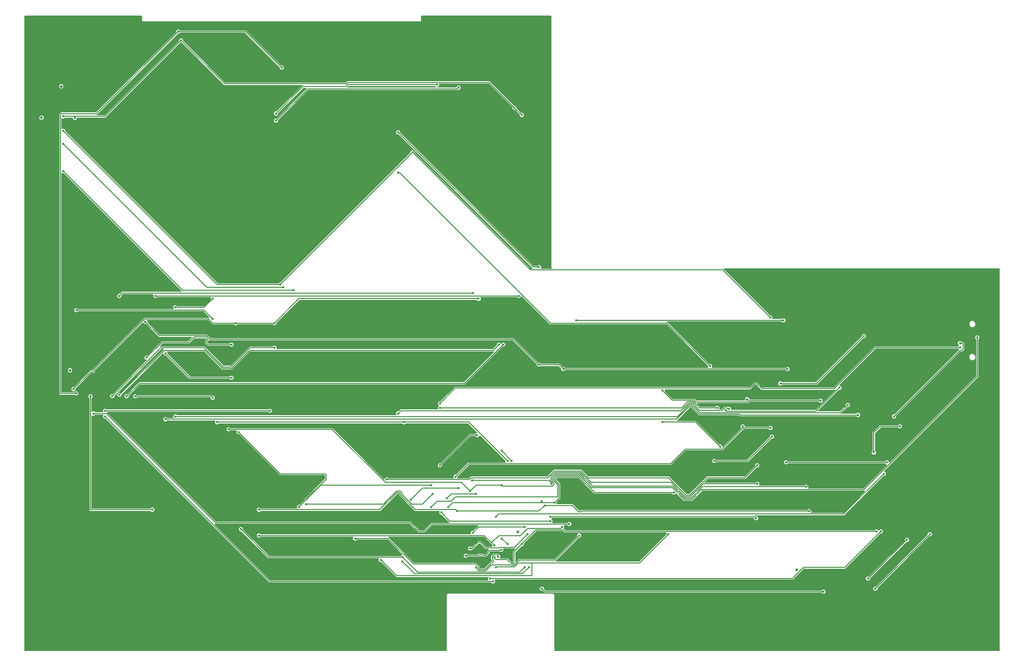
<source format=gbr>
G04 EAGLE Gerber RS-274X export*
G75*
%MOMM*%
%FSLAX34Y34*%
%LPD*%
%INBottom Copper*%
%IPPOS*%
%AMOC8*
5,1,8,0,0,1.08239X$1,22.5*%
G01*
G04 Define Apertures*
%ADD10C,0.502400*%
%ADD11C,0.152400*%
%ADD12C,0.127000*%
%ADD13C,0.452400*%
G36*
X628773Y-41185D02*
X628476Y-41245D01*
X-104476Y-41245D01*
X-104751Y-41194D01*
X-105006Y-41031D01*
X-105178Y-40780D01*
X-105238Y-40483D01*
X-105238Y1064476D01*
X-105187Y1064751D01*
X-105023Y1065006D01*
X-104773Y1065178D01*
X-104476Y1065238D01*
X98476Y1065238D01*
X98751Y1065187D01*
X99006Y1065023D01*
X99178Y1064773D01*
X99238Y1064476D01*
X99238Y1056856D01*
X100856Y1055238D01*
X583144Y1055238D01*
X584762Y1056856D01*
X584762Y1064476D01*
X584813Y1064751D01*
X584977Y1065006D01*
X585227Y1065178D01*
X585524Y1065238D01*
X810476Y1065238D01*
X810751Y1065187D01*
X811006Y1065023D01*
X811178Y1064773D01*
X811238Y1064476D01*
X811238Y626849D01*
X812381Y625706D01*
X812534Y625486D01*
X812604Y625191D01*
X812553Y624892D01*
X812389Y624637D01*
X812139Y624465D01*
X811842Y624405D01*
X793740Y624405D01*
X793476Y624452D01*
X793218Y624611D01*
X793043Y624859D01*
X792978Y625155D01*
X793033Y625453D01*
X793201Y625706D01*
X793532Y626037D01*
X793532Y628963D01*
X791463Y631032D01*
X788537Y631032D01*
X787133Y629628D01*
X786892Y629465D01*
X786594Y629405D01*
X781105Y629405D01*
X780819Y629461D01*
X780566Y629628D01*
X548755Y861439D01*
X548592Y861681D01*
X548532Y861978D01*
X548532Y863963D01*
X546463Y866032D01*
X543537Y866032D01*
X541468Y863963D01*
X541468Y861037D01*
X543537Y858968D01*
X545522Y858968D01*
X545808Y858912D01*
X546061Y858745D01*
X779100Y625706D01*
X779253Y625486D01*
X779323Y625191D01*
X779272Y624892D01*
X779109Y624637D01*
X778859Y624465D01*
X778561Y624405D01*
X776105Y624405D01*
X775819Y624461D01*
X775566Y624628D01*
X573755Y826439D01*
X573592Y826681D01*
X573532Y826978D01*
X573532Y828963D01*
X571463Y831032D01*
X568537Y831032D01*
X566468Y828963D01*
X566468Y826978D01*
X566412Y826692D01*
X566245Y826439D01*
X341061Y601255D01*
X340820Y601092D01*
X340522Y601032D01*
X338537Y601032D01*
X337133Y599628D01*
X336892Y599465D01*
X336594Y599405D01*
X231105Y599405D01*
X230819Y599461D01*
X230566Y599628D01*
X-33745Y863939D01*
X-33908Y864181D01*
X-33968Y864478D01*
X-33968Y866463D01*
X-36037Y868532D01*
X-38963Y868532D01*
X-39294Y868201D01*
X-39514Y868048D01*
X-39809Y867978D01*
X-40108Y868029D01*
X-40363Y868192D01*
X-40535Y868442D01*
X-40595Y868740D01*
X-40595Y886260D01*
X-40548Y886524D01*
X-40389Y886782D01*
X-40141Y886957D01*
X-39845Y887022D01*
X-39547Y886967D01*
X-39294Y886799D01*
X-38963Y886468D01*
X-36037Y886468D01*
X-34633Y887872D01*
X-34392Y888035D01*
X-34094Y888095D01*
X-21794Y888095D01*
X-21519Y888044D01*
X-21264Y887880D01*
X-21092Y887630D01*
X-21032Y887333D01*
X-21032Y886037D01*
X-18963Y883968D01*
X-16037Y883968D01*
X-13968Y886037D01*
X-13968Y887333D01*
X-13917Y887608D01*
X-13753Y887863D01*
X-13503Y888035D01*
X-13206Y888095D01*
X35789Y888095D01*
X166439Y1018745D01*
X166681Y1018908D01*
X166978Y1018968D01*
X168022Y1018968D01*
X168308Y1018912D01*
X168561Y1018745D01*
X242403Y944903D01*
X377869Y944903D01*
X378133Y944856D01*
X378391Y944697D01*
X378566Y944449D01*
X378631Y944153D01*
X378576Y943855D01*
X378408Y943602D01*
X333561Y898755D01*
X333320Y898592D01*
X333022Y898532D01*
X331037Y898532D01*
X328968Y896463D01*
X328968Y893537D01*
X331037Y891468D01*
X333963Y891468D01*
X336032Y893537D01*
X336032Y895522D01*
X336088Y895808D01*
X336255Y896061D01*
X379859Y939665D01*
X380101Y939828D01*
X380398Y939888D01*
X385354Y939888D01*
X385618Y939841D01*
X385876Y939682D01*
X386051Y939434D01*
X386116Y939138D01*
X386061Y938840D01*
X385893Y938587D01*
X333561Y886255D01*
X333320Y886092D01*
X333022Y886032D01*
X331037Y886032D01*
X328968Y883963D01*
X328968Y881037D01*
X331037Y878968D01*
X333963Y878968D01*
X336032Y881037D01*
X336032Y883022D01*
X336088Y883308D01*
X336255Y883561D01*
X388566Y935872D01*
X388808Y936035D01*
X389105Y936095D01*
X648789Y936095D01*
X648939Y936245D01*
X649181Y936408D01*
X649478Y936468D01*
X651463Y936468D01*
X653532Y938537D01*
X653532Y941463D01*
X651463Y943532D01*
X648537Y943532D01*
X646468Y941463D01*
X646468Y940667D01*
X646417Y940392D01*
X646253Y940137D01*
X646003Y939965D01*
X645706Y939905D01*
X455803Y939905D01*
X455539Y939952D01*
X455281Y940111D01*
X455106Y940359D01*
X455041Y940655D01*
X455096Y940953D01*
X455264Y941206D01*
X456930Y942872D01*
X457171Y943035D01*
X457469Y943095D01*
X609094Y943095D01*
X609380Y943039D01*
X609633Y942872D01*
X611037Y941468D01*
X613963Y941468D01*
X616032Y943537D01*
X616032Y946500D01*
X616083Y946775D01*
X616247Y947030D01*
X616497Y947202D01*
X616794Y947262D01*
X702228Y947262D01*
X702514Y947206D01*
X702767Y947039D01*
X743745Y906061D01*
X743908Y905820D01*
X743968Y905522D01*
X743968Y903537D01*
X746037Y901468D01*
X748022Y901468D01*
X748308Y901412D01*
X748561Y901245D01*
X756245Y893561D01*
X756408Y893320D01*
X756468Y893022D01*
X756468Y891037D01*
X758537Y888968D01*
X761463Y888968D01*
X763532Y891037D01*
X763532Y893963D01*
X761463Y896032D01*
X759478Y896032D01*
X759192Y896088D01*
X758939Y896255D01*
X751255Y903939D01*
X751092Y904181D01*
X751032Y904478D01*
X751032Y906463D01*
X748963Y908532D01*
X746978Y908532D01*
X746692Y908588D01*
X746439Y908755D01*
X704122Y951072D01*
X456150Y951072D01*
X454014Y948936D01*
X453772Y948773D01*
X453475Y948713D01*
X244297Y948713D01*
X244011Y948769D01*
X243758Y948936D01*
X171255Y1021439D01*
X171092Y1021681D01*
X171032Y1021978D01*
X171032Y1023963D01*
X168963Y1026032D01*
X166037Y1026032D01*
X163968Y1023963D01*
X163968Y1021978D01*
X163912Y1021692D01*
X163745Y1021439D01*
X34434Y892128D01*
X34193Y891965D01*
X33895Y891905D01*
X21439Y891905D01*
X21175Y891952D01*
X20917Y892111D01*
X20742Y892359D01*
X20677Y892655D01*
X20732Y892953D01*
X20900Y893206D01*
X161439Y1033745D01*
X161681Y1033908D01*
X161978Y1033968D01*
X163963Y1033968D01*
X165367Y1035372D01*
X165608Y1035535D01*
X165906Y1035595D01*
X278895Y1035595D01*
X279181Y1035539D01*
X279434Y1035372D01*
X338745Y976061D01*
X338908Y975820D01*
X338968Y975522D01*
X338968Y973537D01*
X341037Y971468D01*
X343963Y971468D01*
X346032Y973537D01*
X346032Y976463D01*
X343963Y978532D01*
X341978Y978532D01*
X341692Y978588D01*
X341439Y978755D01*
X280789Y1039405D01*
X165906Y1039405D01*
X165620Y1039461D01*
X165367Y1039628D01*
X163963Y1041032D01*
X161037Y1041032D01*
X158968Y1038963D01*
X158968Y1036978D01*
X158912Y1036692D01*
X158745Y1036439D01*
X19434Y897128D01*
X19193Y896965D01*
X18895Y896905D01*
X-40789Y896905D01*
X-44405Y893289D01*
X-44405Y406711D01*
X-43289Y405595D01*
X-18406Y405595D01*
X-18120Y405539D01*
X-17867Y405372D01*
X-16463Y403968D01*
X-13537Y403968D01*
X-11468Y406037D01*
X-11468Y408963D01*
X-13537Y411032D01*
X-16463Y411032D01*
X-17867Y409628D01*
X-18108Y409465D01*
X-18406Y409405D01*
X-39833Y409405D01*
X-40108Y409456D01*
X-40363Y409620D01*
X-40535Y409870D01*
X-40595Y410167D01*
X-40595Y791260D01*
X-40548Y791524D01*
X-40389Y791782D01*
X-40141Y791957D01*
X-39845Y792022D01*
X-39547Y791967D01*
X-39294Y791799D01*
X-38963Y791468D01*
X-36978Y791468D01*
X-36692Y791412D01*
X-36439Y791245D01*
X169100Y585706D01*
X169253Y585486D01*
X169323Y585191D01*
X169272Y584892D01*
X169109Y584637D01*
X168859Y584465D01*
X168561Y584405D01*
X64211Y584405D01*
X61061Y581255D01*
X60820Y581092D01*
X60522Y581032D01*
X58537Y581032D01*
X56468Y578963D01*
X56468Y576037D01*
X58537Y573968D01*
X61463Y573968D01*
X63532Y576037D01*
X63532Y578022D01*
X63588Y578308D01*
X63755Y578561D01*
X65566Y580372D01*
X65808Y580535D01*
X66105Y580595D01*
X118760Y580595D01*
X119024Y580548D01*
X119282Y580389D01*
X119457Y580141D01*
X119522Y579845D01*
X119467Y579547D01*
X119299Y579294D01*
X118968Y578963D01*
X118968Y576037D01*
X121037Y573968D01*
X123963Y573968D01*
X125367Y575372D01*
X125608Y575535D01*
X125906Y575595D01*
X218760Y575595D01*
X219024Y575548D01*
X219282Y575389D01*
X219457Y575141D01*
X219522Y574845D01*
X219467Y574547D01*
X219299Y574294D01*
X218968Y573963D01*
X218968Y571978D01*
X218912Y571692D01*
X218745Y571439D01*
X206934Y559628D01*
X206693Y559465D01*
X206395Y559405D01*
X160906Y559405D01*
X160620Y559461D01*
X160367Y559628D01*
X158963Y561032D01*
X156037Y561032D01*
X153968Y558963D01*
X153968Y556037D01*
X154299Y555706D01*
X154452Y555486D01*
X154522Y555191D01*
X154471Y554892D01*
X154308Y554637D01*
X154058Y554465D01*
X153760Y554405D01*
X-11594Y554405D01*
X-11880Y554461D01*
X-12133Y554628D01*
X-13537Y556032D01*
X-16463Y556032D01*
X-18532Y553963D01*
X-18532Y551037D01*
X-16463Y548968D01*
X-13537Y548968D01*
X-12133Y550372D01*
X-11892Y550535D01*
X-11594Y550595D01*
X206395Y550595D01*
X206681Y550539D01*
X206934Y550372D01*
X216600Y540706D01*
X216753Y540486D01*
X216823Y540191D01*
X216772Y539892D01*
X216609Y539637D01*
X216359Y539465D01*
X216061Y539405D01*
X103318Y539405D01*
X13762Y449849D01*
X13762Y448000D01*
X13711Y447725D01*
X13547Y447470D01*
X13297Y447298D01*
X13000Y447238D01*
X9544Y447238D01*
X-18939Y418755D01*
X-19181Y418592D01*
X-19478Y418532D01*
X-21463Y418532D01*
X-23532Y416463D01*
X-23532Y413537D01*
X-21463Y411468D01*
X-18537Y411468D01*
X-16468Y413537D01*
X-16468Y415522D01*
X-16412Y415808D01*
X-16245Y416061D01*
X10899Y443205D01*
X11141Y443368D01*
X11438Y443428D01*
X14894Y443428D01*
X17572Y446106D01*
X17572Y447955D01*
X17628Y448241D01*
X17795Y448494D01*
X100364Y531063D01*
X100595Y531221D01*
X100891Y531286D01*
X101189Y531231D01*
X101442Y531063D01*
X103537Y528968D01*
X105522Y528968D01*
X105808Y528912D01*
X106061Y528745D01*
X128504Y506302D01*
X185997Y506302D01*
X186260Y506255D01*
X186518Y506096D01*
X186693Y505848D01*
X186758Y505552D01*
X186703Y505254D01*
X186535Y505001D01*
X180329Y498795D01*
X180088Y498632D01*
X179791Y498572D01*
X133378Y498572D01*
X108561Y473755D01*
X108320Y473592D01*
X108022Y473532D01*
X106037Y473532D01*
X103968Y471463D01*
X103968Y468537D01*
X106037Y466468D01*
X106934Y466468D01*
X107198Y466421D01*
X107456Y466262D01*
X107631Y466014D01*
X107696Y465718D01*
X107641Y465420D01*
X107473Y465167D01*
X48561Y406255D01*
X48320Y406092D01*
X48022Y406032D01*
X46037Y406032D01*
X43968Y403963D01*
X43968Y401037D01*
X46037Y398968D01*
X48963Y398968D01*
X51032Y401037D01*
X51032Y403022D01*
X51088Y403308D01*
X51255Y403561D01*
X133066Y485372D01*
X133308Y485535D01*
X133605Y485595D01*
X136061Y485595D01*
X136325Y485548D01*
X136583Y485389D01*
X136758Y485141D01*
X136823Y484845D01*
X136768Y484547D01*
X136600Y484294D01*
X61061Y408755D01*
X60820Y408592D01*
X60522Y408532D01*
X58537Y408532D01*
X56468Y406463D01*
X56468Y403537D01*
X58537Y401468D01*
X61463Y401468D01*
X63532Y403537D01*
X63532Y405522D01*
X63588Y405808D01*
X63755Y406061D01*
X135167Y477473D01*
X135387Y477626D01*
X135682Y477696D01*
X135981Y477645D01*
X136236Y477482D01*
X136408Y477232D01*
X136468Y476934D01*
X136468Y476037D01*
X138537Y473968D01*
X140522Y473968D01*
X140808Y473912D01*
X141061Y473745D01*
X181711Y433095D01*
X251594Y433095D01*
X251880Y433039D01*
X252133Y432872D01*
X253537Y431468D01*
X256463Y431468D01*
X258532Y433537D01*
X258532Y436463D01*
X256463Y438532D01*
X253537Y438532D01*
X252133Y437128D01*
X251892Y436965D01*
X251594Y436905D01*
X183605Y436905D01*
X183319Y436961D01*
X183066Y437128D01*
X143755Y476439D01*
X143592Y476681D01*
X143532Y476978D01*
X143532Y478963D01*
X143201Y479294D01*
X143048Y479514D01*
X142978Y479809D01*
X143029Y480108D01*
X143192Y480363D01*
X143442Y480535D01*
X143740Y480595D01*
X207439Y480595D01*
X207725Y480539D01*
X207978Y480372D01*
X239002Y449348D01*
X255856Y449348D01*
X286880Y480372D01*
X287121Y480535D01*
X287418Y480595D01*
X711061Y480595D01*
X711325Y480548D01*
X711583Y480389D01*
X711758Y480141D01*
X711823Y479845D01*
X711768Y479547D01*
X711600Y479294D01*
X659434Y427128D01*
X659193Y426965D01*
X658895Y426905D01*
X94211Y426905D01*
X73561Y406255D01*
X73320Y406092D01*
X73022Y406032D01*
X71037Y406032D01*
X68968Y403963D01*
X68968Y401037D01*
X71037Y398968D01*
X73963Y398968D01*
X76032Y401037D01*
X76032Y403022D01*
X76088Y403308D01*
X76255Y403561D01*
X95566Y422872D01*
X95808Y423035D01*
X96105Y423095D01*
X660789Y423095D01*
X726439Y488745D01*
X726681Y488908D01*
X726978Y488968D01*
X728963Y488968D01*
X731032Y491037D01*
X731032Y493963D01*
X728963Y496032D01*
X726037Y496032D01*
X724289Y494284D01*
X724058Y494126D01*
X723762Y494061D01*
X723464Y494116D01*
X723211Y494284D01*
X721463Y496032D01*
X718537Y496032D01*
X716468Y493963D01*
X716468Y491978D01*
X716412Y491692D01*
X716245Y491439D01*
X709434Y484628D01*
X709193Y484465D01*
X708895Y484405D01*
X333740Y484405D01*
X333476Y484452D01*
X333218Y484611D01*
X333043Y484859D01*
X332978Y485155D01*
X333033Y485453D01*
X333201Y485706D01*
X333532Y486037D01*
X333532Y488963D01*
X331463Y491032D01*
X328537Y491032D01*
X327133Y489628D01*
X326892Y489465D01*
X326594Y489405D01*
X286932Y489405D01*
X253449Y455921D01*
X253207Y455758D01*
X252910Y455698D01*
X241948Y455698D01*
X241662Y455754D01*
X241409Y455921D01*
X207925Y489405D01*
X131439Y489405D01*
X131175Y489452D01*
X130917Y489611D01*
X130742Y489859D01*
X130677Y490155D01*
X130732Y490453D01*
X130900Y490706D01*
X134733Y494539D01*
X134975Y494702D01*
X135272Y494762D01*
X181684Y494762D01*
X190461Y503539D01*
X190703Y503702D01*
X191000Y503762D01*
X209000Y503762D01*
X209286Y503706D01*
X209539Y503539D01*
X211039Y502039D01*
X211202Y501797D01*
X211262Y501500D01*
X211262Y501500D01*
X211206Y501214D01*
X211039Y500961D01*
X209472Y499394D01*
X209472Y494606D01*
X213483Y490595D01*
X251594Y490595D01*
X251880Y490539D01*
X252133Y490372D01*
X253537Y488968D01*
X256463Y488968D01*
X258532Y491037D01*
X258532Y493963D01*
X256463Y496032D01*
X253537Y496032D01*
X252133Y494628D01*
X251892Y494465D01*
X251594Y494405D01*
X215376Y494405D01*
X215091Y494461D01*
X214838Y494628D01*
X213505Y495961D01*
X213342Y496203D01*
X213282Y496500D01*
X213282Y497500D01*
X213337Y497786D01*
X213505Y498039D01*
X215072Y499606D01*
X215072Y499758D01*
X215119Y500021D01*
X215278Y500280D01*
X215526Y500455D01*
X215822Y500520D01*
X216120Y500464D01*
X216373Y500297D01*
X216658Y500012D01*
X744478Y500012D01*
X744764Y499956D01*
X745017Y499789D01*
X786245Y458561D01*
X786408Y458320D01*
X786468Y458022D01*
X786468Y456037D01*
X788537Y453968D01*
X791463Y453968D01*
X792867Y455372D01*
X793108Y455535D01*
X793406Y455595D01*
X823895Y455595D01*
X824181Y455539D01*
X824434Y455372D01*
X828745Y451061D01*
X828908Y450820D01*
X828968Y450522D01*
X828968Y448537D01*
X831037Y446468D01*
X833963Y446468D01*
X835367Y447872D01*
X835608Y448035D01*
X835906Y448095D01*
X1219094Y448095D01*
X1219380Y448039D01*
X1219633Y447872D01*
X1221037Y446468D01*
X1223963Y446468D01*
X1226032Y448537D01*
X1226032Y451463D01*
X1223963Y453532D01*
X1221037Y453532D01*
X1219633Y452128D01*
X1219392Y451965D01*
X1219094Y451905D01*
X1091240Y451905D01*
X1090976Y451952D01*
X1090718Y452111D01*
X1090543Y452359D01*
X1090478Y452655D01*
X1090533Y452953D01*
X1090701Y453206D01*
X1091032Y453537D01*
X1091032Y456463D01*
X1088963Y458532D01*
X1086978Y458532D01*
X1086692Y458588D01*
X1086439Y458755D01*
X1013400Y531794D01*
X1013247Y532014D01*
X1013177Y532309D01*
X1013228Y532608D01*
X1013391Y532863D01*
X1013642Y533035D01*
X1013939Y533095D01*
X1211594Y533095D01*
X1211880Y533039D01*
X1212133Y532872D01*
X1213537Y531468D01*
X1216463Y531468D01*
X1218532Y533537D01*
X1218532Y536463D01*
X1216463Y538532D01*
X1213537Y538532D01*
X1212133Y537128D01*
X1211892Y536965D01*
X1211594Y536905D01*
X1196240Y536905D01*
X1195976Y536952D01*
X1195718Y537111D01*
X1195543Y537359D01*
X1195478Y537655D01*
X1195533Y537953D01*
X1195701Y538206D01*
X1196032Y538537D01*
X1196032Y541463D01*
X1193963Y543532D01*
X1191978Y543532D01*
X1191692Y543588D01*
X1191439Y543755D01*
X1111264Y623930D01*
X1111111Y624149D01*
X1111041Y624445D01*
X1111092Y624743D01*
X1111256Y624999D01*
X1111506Y625170D01*
X1111803Y625231D01*
X1590476Y625231D01*
X1590751Y625180D01*
X1591006Y625016D01*
X1591178Y624766D01*
X1591238Y624469D01*
X1591238Y-40483D01*
X1591187Y-40758D01*
X1591023Y-41013D01*
X1590773Y-41185D01*
X1590476Y-41245D01*
X817524Y-41245D01*
X817249Y-41194D01*
X816994Y-41031D01*
X816822Y-40780D01*
X816762Y-40483D01*
X816762Y57137D01*
X815144Y58755D01*
X630856Y58755D01*
X629238Y57137D01*
X629238Y-40483D01*
X629187Y-40758D01*
X629023Y-41013D01*
X628773Y-41185D01*
G37*
%LPC*%
G36*
X-42567Y938592D02*
X-39433Y938592D01*
X-37218Y940807D01*
X-37218Y943941D01*
X-39433Y946156D01*
X-42567Y946156D01*
X-44782Y943941D01*
X-44782Y940807D01*
X-42567Y938592D01*
G37*
G36*
X-77023Y884052D02*
X-73889Y884052D01*
X-71674Y886267D01*
X-71674Y889401D01*
X-73889Y891616D01*
X-77023Y891616D01*
X-79238Y889401D01*
X-79238Y886267D01*
X-77023Y884052D01*
G37*
G36*
X1541603Y523250D02*
X1545953Y523250D01*
X1549028Y526325D01*
X1549028Y530675D01*
X1545953Y533750D01*
X1541603Y533750D01*
X1538528Y530675D01*
X1538528Y526325D01*
X1541603Y523250D01*
G37*
G36*
X1208537Y421468D02*
X1211463Y421468D01*
X1212867Y422872D01*
X1213108Y423035D01*
X1213406Y423095D01*
X1273289Y423095D01*
X1353939Y503745D01*
X1354181Y503908D01*
X1354478Y503968D01*
X1356463Y503968D01*
X1358532Y506037D01*
X1358532Y508963D01*
X1356463Y511032D01*
X1353537Y511032D01*
X1351468Y508963D01*
X1351468Y506978D01*
X1351412Y506692D01*
X1351245Y506439D01*
X1271934Y427128D01*
X1271693Y426965D01*
X1271395Y426905D01*
X1213406Y426905D01*
X1213120Y426961D01*
X1212867Y427128D01*
X1211463Y428532D01*
X1208537Y428532D01*
X1206468Y426463D01*
X1206468Y423537D01*
X1208537Y421468D01*
G37*
G36*
X708537Y76468D02*
X711463Y76468D01*
X713532Y78537D01*
X713532Y81463D01*
X713201Y81794D01*
X713048Y82014D01*
X712978Y82309D01*
X713029Y82608D01*
X713192Y82863D01*
X713442Y83035D01*
X713740Y83095D01*
X1231542Y83095D01*
X1250736Y102289D01*
X1250978Y102452D01*
X1251275Y102512D01*
X1322706Y102512D01*
X1383939Y163745D01*
X1384181Y163908D01*
X1384478Y163968D01*
X1386463Y163968D01*
X1388532Y166037D01*
X1388532Y168963D01*
X1386463Y171032D01*
X1383537Y171032D01*
X1381789Y169284D01*
X1381558Y169126D01*
X1381262Y169061D01*
X1380964Y169116D01*
X1380711Y169284D01*
X1378963Y171032D01*
X1376037Y171032D01*
X1374633Y169628D01*
X1374392Y169465D01*
X1374094Y169405D01*
X836376Y169405D01*
X836091Y169461D01*
X835838Y169628D01*
X833894Y171572D01*
X833407Y171572D01*
X833143Y171619D01*
X832885Y171778D01*
X832710Y172026D01*
X832645Y172322D01*
X832700Y172620D01*
X832868Y172873D01*
X833532Y173537D01*
X833532Y176463D01*
X833201Y176794D01*
X833048Y177014D01*
X832978Y177309D01*
X833029Y177608D01*
X833192Y177863D01*
X833442Y178035D01*
X833740Y178095D01*
X839094Y178095D01*
X839380Y178039D01*
X839633Y177872D01*
X841037Y176468D01*
X843963Y176468D01*
X846032Y178537D01*
X846032Y181463D01*
X843963Y183532D01*
X841037Y183532D01*
X839633Y182128D01*
X839392Y181965D01*
X839094Y181905D01*
X813740Y181905D01*
X813476Y181952D01*
X813218Y182111D01*
X813043Y182359D01*
X812978Y182655D01*
X813033Y182953D01*
X813201Y183206D01*
X813532Y183537D01*
X813532Y186463D01*
X811784Y188211D01*
X811626Y188442D01*
X811561Y188738D01*
X811616Y189036D01*
X811784Y189289D01*
X812867Y190372D01*
X813108Y190535D01*
X813406Y190595D01*
X1163206Y190595D01*
X1163481Y190544D01*
X1163736Y190380D01*
X1163908Y190130D01*
X1163968Y189833D01*
X1163968Y188537D01*
X1166037Y186468D01*
X1168963Y186468D01*
X1171032Y188537D01*
X1171032Y191463D01*
X1168963Y193532D01*
X1166978Y193532D01*
X1166692Y193588D01*
X1166439Y193755D01*
X1165900Y194294D01*
X1165747Y194514D01*
X1165677Y194809D01*
X1165728Y195108D01*
X1165891Y195363D01*
X1166142Y195535D01*
X1166439Y195595D01*
X1320789Y195595D01*
X1388939Y263745D01*
X1389181Y263908D01*
X1389478Y263968D01*
X1391463Y263968D01*
X1393532Y266037D01*
X1393532Y268963D01*
X1391463Y271032D01*
X1390566Y271032D01*
X1390302Y271079D01*
X1390044Y271238D01*
X1389869Y271486D01*
X1389804Y271782D01*
X1389859Y272080D01*
X1390027Y272333D01*
X1554405Y436711D01*
X1554405Y501594D01*
X1554461Y501880D01*
X1554628Y502133D01*
X1556032Y503537D01*
X1556032Y506463D01*
X1553963Y508532D01*
X1551037Y508532D01*
X1548968Y506463D01*
X1548968Y503537D01*
X1550372Y502133D01*
X1550535Y501892D01*
X1550595Y501594D01*
X1550595Y438605D01*
X1550539Y438319D01*
X1550372Y438066D01*
X1399833Y287527D01*
X1399613Y287374D01*
X1399318Y287304D01*
X1399019Y287355D01*
X1398764Y287518D01*
X1398592Y287769D01*
X1398532Y288066D01*
X1398532Y288963D01*
X1396463Y291032D01*
X1393537Y291032D01*
X1392133Y289628D01*
X1391892Y289465D01*
X1391594Y289405D01*
X1223406Y289405D01*
X1223120Y289461D01*
X1222867Y289628D01*
X1221463Y291032D01*
X1218537Y291032D01*
X1216468Y288963D01*
X1216468Y286037D01*
X1218537Y283968D01*
X1221463Y283968D01*
X1222867Y285372D01*
X1223108Y285535D01*
X1223406Y285595D01*
X1391594Y285595D01*
X1391880Y285539D01*
X1392133Y285372D01*
X1393537Y283968D01*
X1394434Y283968D01*
X1394698Y283921D01*
X1394956Y283762D01*
X1395131Y283514D01*
X1395196Y283218D01*
X1395141Y282920D01*
X1394973Y282667D01*
X1354434Y242128D01*
X1354193Y241965D01*
X1353895Y241905D01*
X1258740Y241905D01*
X1258476Y241952D01*
X1258218Y242111D01*
X1258043Y242359D01*
X1257978Y242655D01*
X1258033Y242953D01*
X1258201Y243206D01*
X1258532Y243537D01*
X1258532Y246463D01*
X1256463Y248532D01*
X1253537Y248532D01*
X1252133Y247128D01*
X1251892Y246965D01*
X1251594Y246905D01*
X1173740Y246905D01*
X1173476Y246952D01*
X1173218Y247111D01*
X1173043Y247359D01*
X1172978Y247655D01*
X1173033Y247953D01*
X1173201Y248206D01*
X1173532Y248537D01*
X1173532Y251463D01*
X1171463Y253532D01*
X1168537Y253532D01*
X1167133Y252128D01*
X1166892Y251965D01*
X1166594Y251905D01*
X1078210Y251905D01*
X1077947Y251952D01*
X1077689Y252111D01*
X1077514Y252359D01*
X1077449Y252655D01*
X1077504Y252953D01*
X1077672Y253206D01*
X1083005Y258539D01*
X1083246Y258702D01*
X1083543Y258762D01*
X1148956Y258762D01*
X1168939Y278745D01*
X1169181Y278908D01*
X1169478Y278968D01*
X1171463Y278968D01*
X1173532Y281037D01*
X1173532Y283963D01*
X1171463Y286032D01*
X1168537Y286032D01*
X1166468Y283963D01*
X1166468Y281978D01*
X1166412Y281692D01*
X1166245Y281439D01*
X1147601Y262795D01*
X1147360Y262632D01*
X1147062Y262572D01*
X1081650Y262572D01*
X1051539Y232461D01*
X1051297Y232298D01*
X1051000Y232238D01*
X1047000Y232238D01*
X1046714Y232294D01*
X1046461Y232461D01*
X1016350Y262572D01*
X876578Y262572D01*
X876292Y262628D01*
X876039Y262795D01*
X864352Y274482D01*
X816173Y274482D01*
X804486Y262795D01*
X804244Y262632D01*
X803947Y262572D01*
X670985Y262572D01*
X668041Y259628D01*
X667799Y259465D01*
X667502Y259405D01*
X648740Y259405D01*
X648476Y259452D01*
X648218Y259611D01*
X648043Y259859D01*
X647978Y260155D01*
X648033Y260453D01*
X648201Y260706D01*
X648532Y261037D01*
X648532Y263022D01*
X648588Y263308D01*
X648755Y263561D01*
X668066Y282872D01*
X668308Y283035D01*
X668605Y283095D01*
X1019542Y283095D01*
X1044736Y308289D01*
X1044978Y308452D01*
X1045275Y308512D01*
X1108706Y308512D01*
X1145566Y345372D01*
X1145808Y345535D01*
X1146105Y345595D01*
X1189094Y345595D01*
X1189380Y345539D01*
X1189633Y345372D01*
X1191037Y343968D01*
X1193963Y343968D01*
X1196032Y346037D01*
X1196032Y348963D01*
X1193963Y351032D01*
X1191037Y351032D01*
X1189633Y349628D01*
X1189392Y349465D01*
X1189094Y349405D01*
X1148588Y349405D01*
X1148313Y349456D01*
X1148058Y349620D01*
X1147886Y349870D01*
X1147826Y350167D01*
X1147826Y351463D01*
X1145757Y353532D01*
X1142831Y353532D01*
X1140762Y351463D01*
X1140762Y348537D01*
X1141514Y347785D01*
X1141672Y347555D01*
X1141737Y347259D01*
X1141681Y346961D01*
X1141514Y346708D01*
X1109833Y315027D01*
X1109613Y314874D01*
X1109318Y314804D01*
X1109019Y314855D01*
X1108764Y315018D01*
X1108592Y315269D01*
X1108532Y315566D01*
X1108532Y316463D01*
X1106463Y318532D01*
X1104478Y318532D01*
X1104192Y318588D01*
X1103939Y318755D01*
X1063289Y359405D01*
X1030528Y359405D01*
X1030265Y359452D01*
X1030007Y359611D01*
X1029831Y359859D01*
X1029766Y360155D01*
X1029822Y360453D01*
X1029989Y360706D01*
X1052736Y383453D01*
X1052978Y383616D01*
X1053275Y383676D01*
X1054725Y383676D01*
X1055011Y383620D01*
X1055264Y383453D01*
X1056289Y382428D01*
X1056452Y382186D01*
X1056512Y381889D01*
X1056512Y381041D01*
X1067791Y369762D01*
X1137000Y369762D01*
X1137286Y369706D01*
X1137539Y369539D01*
X1138983Y368095D01*
X1341594Y368095D01*
X1341880Y368039D01*
X1342133Y367872D01*
X1343537Y366468D01*
X1346463Y366468D01*
X1348532Y368537D01*
X1348532Y371463D01*
X1346463Y373532D01*
X1343537Y373532D01*
X1342133Y372128D01*
X1341892Y371965D01*
X1341594Y371905D01*
X1316439Y371905D01*
X1316175Y371952D01*
X1315917Y372111D01*
X1315742Y372359D01*
X1315677Y372655D01*
X1315732Y372953D01*
X1315900Y373206D01*
X1326439Y383745D01*
X1326681Y383908D01*
X1326978Y383968D01*
X1328963Y383968D01*
X1331032Y386037D01*
X1331032Y388963D01*
X1328963Y391032D01*
X1326037Y391032D01*
X1323968Y388963D01*
X1323968Y386978D01*
X1323912Y386692D01*
X1323745Y386439D01*
X1313641Y376335D01*
X1313400Y376172D01*
X1313102Y376112D01*
X1275646Y376112D01*
X1275382Y376159D01*
X1275124Y376318D01*
X1274949Y376566D01*
X1274884Y376862D01*
X1274939Y377160D01*
X1275107Y377413D01*
X1311439Y413745D01*
X1311681Y413908D01*
X1311978Y413968D01*
X1313963Y413968D01*
X1316032Y416037D01*
X1316032Y418963D01*
X1313963Y421032D01*
X1313066Y421032D01*
X1312802Y421079D01*
X1312544Y421238D01*
X1312369Y421486D01*
X1312304Y421782D01*
X1312359Y422080D01*
X1312527Y422333D01*
X1375566Y485372D01*
X1375808Y485535D01*
X1376105Y485595D01*
X1519094Y485595D01*
X1519380Y485539D01*
X1519633Y485372D01*
X1520617Y484388D01*
X1520775Y484158D01*
X1520840Y483862D01*
X1520784Y483564D01*
X1520617Y483311D01*
X1408561Y371255D01*
X1408320Y371092D01*
X1408022Y371032D01*
X1406037Y371032D01*
X1403968Y368963D01*
X1403968Y366037D01*
X1406037Y363968D01*
X1408963Y363968D01*
X1411032Y366037D01*
X1411032Y368022D01*
X1411088Y368308D01*
X1411255Y368561D01*
X1523066Y480372D01*
X1523308Y480535D01*
X1523605Y480595D01*
X1525789Y480595D01*
X1529405Y484211D01*
X1529405Y495789D01*
X1528289Y496905D01*
X1525906Y496905D01*
X1525620Y496961D01*
X1525367Y497128D01*
X1523963Y498532D01*
X1521037Y498532D01*
X1518968Y496463D01*
X1518968Y493537D01*
X1520716Y491789D01*
X1520874Y491558D01*
X1520939Y491262D01*
X1520884Y490964D01*
X1520716Y490711D01*
X1519633Y489628D01*
X1519392Y489465D01*
X1519094Y489405D01*
X1374211Y489405D01*
X1302817Y418011D01*
X1302576Y417848D01*
X1302278Y417788D01*
X1178968Y417788D01*
X1178682Y417844D01*
X1178430Y418011D01*
X1169819Y426622D01*
X1164581Y426622D01*
X1156754Y418795D01*
X1156513Y418632D01*
X1156216Y418572D01*
X643378Y418572D01*
X618561Y393755D01*
X618320Y393592D01*
X618022Y393532D01*
X616037Y393532D01*
X613968Y391463D01*
X613968Y388537D01*
X615716Y386789D01*
X615874Y386558D01*
X615939Y386262D01*
X615884Y385964D01*
X615716Y385711D01*
X613968Y383963D01*
X613968Y381037D01*
X614299Y380706D01*
X614452Y380486D01*
X614522Y380191D01*
X614471Y379892D01*
X614308Y379637D01*
X614058Y379465D01*
X613760Y379405D01*
X549211Y379405D01*
X546061Y376255D01*
X545820Y376092D01*
X545522Y376032D01*
X543537Y376032D01*
X541468Y373963D01*
X541468Y371037D01*
X541799Y370706D01*
X541952Y370486D01*
X542022Y370191D01*
X541971Y369892D01*
X541808Y369637D01*
X541558Y369465D01*
X541260Y369405D01*
X160906Y369405D01*
X160620Y369461D01*
X160367Y369628D01*
X158963Y371032D01*
X156037Y371032D01*
X153968Y368963D01*
X153968Y366037D01*
X154299Y365706D01*
X154452Y365486D01*
X154522Y365191D01*
X154471Y364892D01*
X154308Y364637D01*
X154058Y364465D01*
X153760Y364405D01*
X143406Y364405D01*
X143120Y364461D01*
X142867Y364628D01*
X141463Y366032D01*
X138537Y366032D01*
X136468Y363963D01*
X136468Y361037D01*
X138537Y358968D01*
X141463Y358968D01*
X142867Y360372D01*
X143108Y360535D01*
X143406Y360595D01*
X226260Y360595D01*
X226524Y360548D01*
X226782Y360389D01*
X226957Y360141D01*
X227022Y359845D01*
X226967Y359547D01*
X226799Y359294D01*
X226468Y358963D01*
X226468Y356037D01*
X228537Y353968D01*
X231463Y353968D01*
X232867Y355372D01*
X233108Y355535D01*
X233406Y355595D01*
X551594Y355595D01*
X551880Y355539D01*
X552133Y355372D01*
X553537Y353968D01*
X556463Y353968D01*
X557867Y355372D01*
X558108Y355535D01*
X558406Y355595D01*
X666395Y355595D01*
X666681Y355539D01*
X666934Y355372D01*
X682473Y339833D01*
X682626Y339613D01*
X682696Y339318D01*
X682645Y339019D01*
X682482Y338764D01*
X682232Y338592D01*
X681934Y338532D01*
X681037Y338532D01*
X679633Y337128D01*
X679392Y336965D01*
X679094Y336905D01*
X669211Y336905D01*
X618561Y286255D01*
X618320Y286092D01*
X618022Y286032D01*
X616037Y286032D01*
X613968Y283963D01*
X613968Y281037D01*
X616037Y278968D01*
X618963Y278968D01*
X621032Y281037D01*
X621032Y283022D01*
X621088Y283308D01*
X621255Y283561D01*
X670566Y332872D01*
X670808Y333035D01*
X671105Y333095D01*
X679094Y333095D01*
X679380Y333039D01*
X679633Y332872D01*
X681037Y331468D01*
X683963Y331468D01*
X686032Y333537D01*
X686032Y334434D01*
X686079Y334698D01*
X686238Y334956D01*
X686486Y335131D01*
X686782Y335196D01*
X687080Y335141D01*
X687333Y334973D01*
X731245Y291061D01*
X731408Y290820D01*
X731468Y290522D01*
X731468Y288537D01*
X731799Y288206D01*
X731952Y287986D01*
X732022Y287691D01*
X731971Y287392D01*
X731808Y287137D01*
X731558Y286965D01*
X731260Y286905D01*
X666711Y286905D01*
X646061Y266255D01*
X645820Y266092D01*
X645522Y266032D01*
X643537Y266032D01*
X641468Y263963D01*
X641468Y261037D01*
X641799Y260706D01*
X641952Y260486D01*
X642022Y260191D01*
X641971Y259892D01*
X641808Y259637D01*
X641558Y259465D01*
X641260Y259405D01*
X528406Y259405D01*
X528120Y259461D01*
X527867Y259628D01*
X526463Y261032D01*
X523537Y261032D01*
X521468Y258963D01*
X521468Y258066D01*
X521421Y257802D01*
X521262Y257544D01*
X521014Y257369D01*
X520718Y257304D01*
X520420Y257359D01*
X520167Y257527D01*
X430789Y346905D01*
X253406Y346905D01*
X253120Y346961D01*
X252867Y347128D01*
X251463Y348532D01*
X248537Y348532D01*
X246468Y346463D01*
X246468Y343537D01*
X248537Y341468D01*
X251463Y341468D01*
X252867Y342872D01*
X253108Y343035D01*
X253406Y343095D01*
X263760Y343095D01*
X264024Y343048D01*
X264282Y342889D01*
X264457Y342641D01*
X264522Y342345D01*
X264467Y342047D01*
X264299Y341794D01*
X263968Y341463D01*
X263968Y338537D01*
X266037Y336468D01*
X268022Y336468D01*
X268308Y336412D01*
X268561Y336245D01*
X339294Y265512D01*
X416750Y265512D01*
X417025Y265461D01*
X417280Y265297D01*
X417452Y265047D01*
X417512Y264750D01*
X417512Y259275D01*
X417456Y258989D01*
X417289Y258736D01*
X383095Y224542D01*
X383095Y223605D01*
X383039Y223319D01*
X382872Y223066D01*
X373561Y213755D01*
X373320Y213592D01*
X373022Y213532D01*
X371037Y213532D01*
X368968Y211463D01*
X368968Y208537D01*
X369299Y208206D01*
X369452Y207986D01*
X369522Y207691D01*
X369471Y207392D01*
X369308Y207137D01*
X369058Y206965D01*
X368760Y206905D01*
X305906Y206905D01*
X305620Y206961D01*
X305367Y207128D01*
X303963Y208532D01*
X301037Y208532D01*
X298968Y206463D01*
X298968Y203537D01*
X301037Y201468D01*
X303963Y201468D01*
X305367Y202872D01*
X305608Y203035D01*
X305906Y203095D01*
X513542Y203095D01*
X543736Y233289D01*
X543978Y233452D01*
X544275Y233512D01*
X545725Y233512D01*
X546011Y233456D01*
X546264Y233289D01*
X547289Y232264D01*
X547452Y232022D01*
X547512Y231725D01*
X547512Y229566D01*
X573983Y203095D01*
X616260Y203095D01*
X616524Y203048D01*
X616782Y202889D01*
X616957Y202641D01*
X617022Y202345D01*
X616967Y202047D01*
X616799Y201794D01*
X616468Y201463D01*
X616468Y198537D01*
X618537Y196468D01*
X620522Y196468D01*
X620808Y196412D01*
X621061Y196245D01*
X634100Y183206D01*
X634253Y182986D01*
X634323Y182691D01*
X634272Y182392D01*
X634109Y182137D01*
X633859Y181965D01*
X633561Y181905D01*
X602983Y181905D01*
X590539Y169461D01*
X590297Y169298D01*
X590000Y169238D01*
X582000Y169238D01*
X581714Y169294D01*
X581461Y169461D01*
X566600Y184322D01*
X228688Y184322D01*
X228402Y184378D01*
X228149Y184545D01*
X38400Y374294D01*
X38247Y374514D01*
X38177Y374809D01*
X38228Y375108D01*
X38391Y375363D01*
X38642Y375535D01*
X38939Y375595D01*
X319094Y375595D01*
X319380Y375539D01*
X319633Y375372D01*
X321037Y373968D01*
X323963Y373968D01*
X326032Y376037D01*
X326032Y378963D01*
X323963Y381032D01*
X321037Y381032D01*
X319633Y379628D01*
X319392Y379465D01*
X319094Y379405D01*
X38406Y379405D01*
X38120Y379461D01*
X37867Y379628D01*
X36463Y381032D01*
X33537Y381032D01*
X31468Y378963D01*
X31468Y376037D01*
X31799Y375706D01*
X31952Y375486D01*
X32022Y375191D01*
X31971Y374892D01*
X31808Y374637D01*
X31558Y374465D01*
X31260Y374405D01*
X18406Y374405D01*
X18120Y374461D01*
X17867Y374628D01*
X16463Y376032D01*
X13537Y376032D01*
X13206Y375701D01*
X12986Y375548D01*
X12691Y375478D01*
X12392Y375529D01*
X12137Y375692D01*
X11965Y375942D01*
X11905Y376240D01*
X11905Y399094D01*
X11961Y399380D01*
X12128Y399633D01*
X13532Y401037D01*
X13532Y403963D01*
X11463Y406032D01*
X8537Y406032D01*
X6468Y403963D01*
X6468Y401037D01*
X7872Y399633D01*
X8035Y399392D01*
X8095Y399094D01*
X8095Y204211D01*
X9211Y203095D01*
X114094Y203095D01*
X114380Y203039D01*
X114633Y202872D01*
X116037Y201468D01*
X118963Y201468D01*
X121032Y203537D01*
X121032Y206463D01*
X118963Y208532D01*
X116037Y208532D01*
X114633Y207128D01*
X114392Y206965D01*
X114094Y206905D01*
X12667Y206905D01*
X12392Y206956D01*
X12137Y207120D01*
X11965Y207370D01*
X11905Y207667D01*
X11905Y368760D01*
X11952Y369024D01*
X12111Y369282D01*
X12359Y369457D01*
X12655Y369522D01*
X12953Y369467D01*
X13206Y369299D01*
X13537Y368968D01*
X16463Y368968D01*
X17867Y370372D01*
X18108Y370535D01*
X18406Y370595D01*
X31260Y370595D01*
X31524Y370548D01*
X31782Y370389D01*
X31957Y370141D01*
X32022Y369845D01*
X31967Y369547D01*
X31799Y369294D01*
X31468Y368963D01*
X31468Y366037D01*
X33537Y363968D01*
X35522Y363968D01*
X35808Y363912D01*
X36061Y363745D01*
X321711Y78095D01*
X706594Y78095D01*
X706880Y78039D01*
X707133Y77872D01*
X708537Y76468D01*
G37*
G36*
X1541603Y465450D02*
X1545953Y465450D01*
X1549028Y468525D01*
X1549028Y472875D01*
X1545953Y475950D01*
X1541603Y475950D01*
X1538528Y472875D01*
X1538528Y468525D01*
X1541603Y465450D01*
G37*
G36*
X-27313Y443965D02*
X-24180Y443965D01*
X-21965Y446180D01*
X-21965Y449313D01*
X-24180Y451529D01*
X-27313Y451529D01*
X-29529Y449313D01*
X-29529Y446180D01*
X-27313Y443965D01*
G37*
G36*
X221037Y396468D02*
X223963Y396468D01*
X226032Y398537D01*
X226032Y401463D01*
X223963Y403532D01*
X221978Y403532D01*
X221692Y403588D01*
X221439Y403755D01*
X220789Y404405D01*
X90906Y404405D01*
X90620Y404461D01*
X90367Y404628D01*
X88963Y406032D01*
X86037Y406032D01*
X83968Y403963D01*
X83968Y401037D01*
X86037Y398968D01*
X88963Y398968D01*
X90367Y400372D01*
X90608Y400535D01*
X90906Y400595D01*
X218206Y400595D01*
X218481Y400544D01*
X218736Y400380D01*
X218908Y400130D01*
X218968Y399833D01*
X218968Y398537D01*
X221037Y396468D01*
G37*
G36*
X1371037Y301468D02*
X1373963Y301468D01*
X1376032Y303537D01*
X1376032Y306463D01*
X1374628Y307867D01*
X1374465Y308108D01*
X1374405Y308406D01*
X1374405Y337895D01*
X1374461Y338181D01*
X1374628Y338434D01*
X1384066Y347872D01*
X1384308Y348035D01*
X1384605Y348095D01*
X1414094Y348095D01*
X1414380Y348039D01*
X1414633Y347872D01*
X1416037Y346468D01*
X1418963Y346468D01*
X1421032Y348537D01*
X1421032Y351463D01*
X1418963Y353532D01*
X1416037Y353532D01*
X1414633Y352128D01*
X1414392Y351965D01*
X1414094Y351905D01*
X1382711Y351905D01*
X1370595Y339789D01*
X1370595Y308406D01*
X1370539Y308120D01*
X1370372Y307867D01*
X1368968Y306463D01*
X1368968Y303537D01*
X1371037Y301468D01*
G37*
G36*
X1093537Y286468D02*
X1096463Y286468D01*
X1097867Y287872D01*
X1098108Y288035D01*
X1098406Y288095D01*
X1153289Y288095D01*
X1193939Y328745D01*
X1194181Y328908D01*
X1194478Y328968D01*
X1196463Y328968D01*
X1198532Y331037D01*
X1198532Y333963D01*
X1196463Y336032D01*
X1193537Y336032D01*
X1191468Y333963D01*
X1191468Y331978D01*
X1191412Y331692D01*
X1191245Y331439D01*
X1151934Y292128D01*
X1151693Y291965D01*
X1151395Y291905D01*
X1098406Y291905D01*
X1098120Y291961D01*
X1097867Y292128D01*
X1096463Y293532D01*
X1093537Y293532D01*
X1091468Y291463D01*
X1091468Y288537D01*
X1093537Y286468D01*
G37*
G36*
X1373537Y63968D02*
X1376463Y63968D01*
X1378532Y66037D01*
X1378532Y68022D01*
X1378588Y68308D01*
X1378755Y68561D01*
X1468939Y158745D01*
X1469181Y158908D01*
X1469478Y158968D01*
X1471463Y158968D01*
X1473532Y161037D01*
X1473532Y163963D01*
X1471463Y166032D01*
X1468537Y166032D01*
X1466468Y163963D01*
X1466468Y161978D01*
X1466412Y161692D01*
X1466245Y161439D01*
X1376061Y71255D01*
X1375820Y71092D01*
X1375522Y71032D01*
X1373537Y71032D01*
X1371468Y68963D01*
X1371468Y66037D01*
X1373537Y63968D01*
G37*
G36*
X1361037Y81468D02*
X1363963Y81468D01*
X1366032Y83537D01*
X1366032Y85522D01*
X1366088Y85808D01*
X1366255Y86061D01*
X1428939Y148745D01*
X1429181Y148908D01*
X1429478Y148968D01*
X1431463Y148968D01*
X1433532Y151037D01*
X1433532Y153963D01*
X1431463Y156032D01*
X1428537Y156032D01*
X1426468Y153963D01*
X1426468Y151978D01*
X1426412Y151692D01*
X1426245Y151439D01*
X1363561Y88755D01*
X1363320Y88592D01*
X1363022Y88532D01*
X1361037Y88532D01*
X1358968Y86463D01*
X1358968Y83537D01*
X1361037Y81468D01*
G37*
G36*
X1283537Y58968D02*
X1286463Y58968D01*
X1288532Y61037D01*
X1288532Y63963D01*
X1286463Y66032D01*
X1283537Y66032D01*
X1282133Y64628D01*
X1281892Y64465D01*
X1281594Y64405D01*
X801105Y64405D01*
X800819Y64461D01*
X800566Y64628D01*
X798755Y66439D01*
X798592Y66681D01*
X798532Y66978D01*
X798532Y68963D01*
X796463Y71032D01*
X793537Y71032D01*
X791468Y68963D01*
X791468Y66037D01*
X793537Y63968D01*
X795522Y63968D01*
X795808Y63912D01*
X796061Y63745D01*
X799211Y60595D01*
X1281594Y60595D01*
X1281880Y60539D01*
X1282133Y60372D01*
X1283537Y58968D01*
G37*
%LPD*%
G36*
X1270940Y378712D02*
X1270642Y378652D01*
X1124948Y378652D01*
X1124673Y378703D01*
X1124418Y378867D01*
X1124246Y379117D01*
X1124186Y379414D01*
X1124186Y382377D01*
X1122117Y384446D01*
X1119191Y384446D01*
X1118892Y384147D01*
X1118662Y383989D01*
X1118365Y383924D01*
X1118067Y383979D01*
X1117814Y384147D01*
X1117515Y384446D01*
X1112485Y384446D01*
X1108500Y380461D01*
X1108258Y380298D01*
X1107961Y380238D01*
X1104294Y380238D01*
X1104019Y380289D01*
X1103764Y380453D01*
X1103592Y380703D01*
X1103532Y381000D01*
X1103532Y383963D01*
X1101463Y386032D01*
X1098537Y386032D01*
X1097133Y384628D01*
X1096892Y384465D01*
X1096594Y384405D01*
X1070792Y384405D01*
X1070506Y384461D01*
X1070253Y384628D01*
X1065338Y389543D01*
X1065185Y389763D01*
X1065115Y390058D01*
X1065166Y390357D01*
X1065329Y390612D01*
X1065580Y390784D01*
X1065877Y390844D01*
X1154889Y390844D01*
X1156917Y392872D01*
X1157158Y393035D01*
X1157455Y393095D01*
X1276594Y393095D01*
X1276880Y393039D01*
X1277133Y392872D01*
X1278537Y391468D01*
X1281463Y391468D01*
X1283532Y393537D01*
X1283532Y396463D01*
X1281463Y398532D01*
X1278537Y398532D01*
X1277133Y397128D01*
X1276892Y396965D01*
X1276594Y396905D01*
X1156814Y396905D01*
X1156539Y396956D01*
X1156284Y397120D01*
X1156112Y397370D01*
X1156052Y397667D01*
X1156052Y398733D01*
X1153837Y400948D01*
X1150703Y400948D01*
X1148488Y398733D01*
X1148488Y395416D01*
X1148437Y395141D01*
X1148273Y394886D01*
X1148023Y394714D01*
X1147726Y394654D01*
X1064135Y394654D01*
X1063849Y394710D01*
X1063596Y394877D01*
X1060827Y397646D01*
X1022864Y397646D01*
X1022578Y397702D01*
X1022325Y397869D01*
X1008755Y411439D01*
X1008592Y411681D01*
X1008532Y411978D01*
X1008532Y414000D01*
X1008583Y414275D01*
X1008747Y414530D01*
X1008997Y414702D01*
X1009294Y414762D01*
X1158109Y414762D01*
X1165936Y422589D01*
X1166178Y422752D01*
X1166475Y422812D01*
X1167925Y422812D01*
X1168211Y422756D01*
X1168464Y422589D01*
X1177075Y413978D01*
X1304444Y413978D01*
X1304708Y413931D01*
X1304966Y413772D01*
X1305141Y413524D01*
X1305206Y413228D01*
X1305151Y412930D01*
X1304983Y412677D01*
X1271181Y378875D01*
X1270940Y378712D01*
G37*
G36*
X1319193Y199465D02*
X1318895Y199405D01*
X1263740Y199405D01*
X1263476Y199452D01*
X1263218Y199611D01*
X1263043Y199859D01*
X1262978Y200155D01*
X1263033Y200453D01*
X1263201Y200706D01*
X1263532Y201037D01*
X1263532Y203963D01*
X1261463Y206032D01*
X1258537Y206032D01*
X1257133Y204628D01*
X1256892Y204465D01*
X1256594Y204405D01*
X862958Y204405D01*
X862264Y203711D01*
X862022Y203548D01*
X861725Y203488D01*
X860275Y203488D01*
X859989Y203544D01*
X859736Y203711D01*
X849042Y214405D01*
X821240Y214405D01*
X820976Y214452D01*
X820718Y214611D01*
X820543Y214859D01*
X820478Y215155D01*
X820533Y215453D01*
X820701Y215706D01*
X821032Y216037D01*
X821032Y218022D01*
X821088Y218308D01*
X821255Y218561D01*
X826945Y224251D01*
X826945Y250502D01*
X820711Y256736D01*
X820548Y256978D01*
X820488Y257275D01*
X820488Y258725D01*
X820544Y259011D01*
X820711Y259264D01*
X821736Y260289D01*
X821978Y260452D01*
X822275Y260512D01*
X858250Y260512D01*
X858536Y260456D01*
X858789Y260289D01*
X885983Y233095D01*
X1021153Y233095D01*
X1021439Y233039D01*
X1021692Y232872D01*
X1023316Y231247D01*
X1026242Y231247D01*
X1028338Y233343D01*
X1028568Y233501D01*
X1028864Y233566D01*
X1029162Y233510D01*
X1029415Y233343D01*
X1041950Y220808D01*
X1056050Y220808D01*
X1073114Y237872D01*
X1073356Y238035D01*
X1073653Y238095D01*
X1356061Y238095D01*
X1356325Y238048D01*
X1356583Y237889D01*
X1356758Y237641D01*
X1356823Y237345D01*
X1356768Y237047D01*
X1356600Y236794D01*
X1319434Y199628D01*
X1319193Y199465D01*
G37*
G36*
X701558Y81965D02*
X701260Y81905D01*
X323605Y81905D01*
X323319Y81961D01*
X323066Y82128D01*
X225983Y179211D01*
X225830Y179431D01*
X225760Y179726D01*
X225811Y180025D01*
X225974Y180280D01*
X226225Y180452D01*
X226522Y180512D01*
X564707Y180512D01*
X564993Y180456D01*
X565245Y180289D01*
X580106Y165428D01*
X591894Y165428D01*
X604338Y177872D01*
X604579Y178035D01*
X604876Y178095D01*
X683561Y178095D01*
X683825Y178048D01*
X684083Y177889D01*
X684258Y177641D01*
X684323Y177345D01*
X684268Y177047D01*
X684100Y176794D01*
X676061Y168755D01*
X675820Y168592D01*
X675522Y168532D01*
X673537Y168532D01*
X671468Y166463D01*
X671468Y163537D01*
X671799Y163206D01*
X671952Y162986D01*
X672022Y162691D01*
X671971Y162392D01*
X671808Y162137D01*
X671558Y161965D01*
X671260Y161905D01*
X305906Y161905D01*
X305620Y161961D01*
X305367Y162128D01*
X303963Y163532D01*
X301037Y163532D01*
X298968Y161463D01*
X298968Y158537D01*
X301037Y156468D01*
X303963Y156468D01*
X305367Y157872D01*
X305608Y158035D01*
X305906Y158095D01*
X466260Y158095D01*
X466524Y158048D01*
X466782Y157889D01*
X466957Y157641D01*
X467022Y157345D01*
X466967Y157047D01*
X466799Y156794D01*
X466468Y156463D01*
X466468Y153537D01*
X468537Y151468D01*
X471463Y151468D01*
X472867Y152872D01*
X473108Y153035D01*
X473406Y153095D01*
X526395Y153095D01*
X526681Y153039D01*
X526934Y152872D01*
X552473Y127333D01*
X552626Y127113D01*
X552696Y126818D01*
X552645Y126519D01*
X552482Y126264D01*
X552232Y126092D01*
X551934Y126032D01*
X551037Y126032D01*
X549633Y124628D01*
X549392Y124465D01*
X549094Y124405D01*
X321105Y124405D01*
X320819Y124461D01*
X320566Y124628D01*
X275075Y170119D01*
X274912Y170361D01*
X274852Y170658D01*
X274852Y172643D01*
X272783Y174712D01*
X269857Y174712D01*
X267788Y172643D01*
X267788Y169717D01*
X269857Y167648D01*
X271842Y167648D01*
X272128Y167592D01*
X272381Y167425D01*
X319211Y120595D01*
X511260Y120595D01*
X511524Y120548D01*
X511782Y120389D01*
X511957Y120141D01*
X512022Y119845D01*
X511967Y119547D01*
X511799Y119294D01*
X511468Y118963D01*
X511468Y116037D01*
X513537Y113968D01*
X515522Y113968D01*
X515808Y113912D01*
X516061Y113745D01*
X541711Y88095D01*
X701260Y88095D01*
X701524Y88048D01*
X701782Y87889D01*
X701957Y87641D01*
X702022Y87345D01*
X701967Y87047D01*
X701799Y86794D01*
X701468Y86463D01*
X701468Y83537D01*
X701799Y83206D01*
X701952Y82986D01*
X702022Y82691D01*
X701971Y82392D01*
X701808Y82137D01*
X701558Y81965D01*
G37*
G36*
X749653Y114050D02*
X749358Y113980D01*
X749059Y114031D01*
X748804Y114195D01*
X748632Y114445D01*
X748572Y114742D01*
X748572Y130562D01*
X748628Y130848D01*
X748795Y131101D01*
X758939Y141245D01*
X759181Y141408D01*
X759478Y141468D01*
X761463Y141468D01*
X763532Y143537D01*
X763532Y145522D01*
X763588Y145808D01*
X763755Y146061D01*
X785233Y167539D01*
X785475Y167702D01*
X785772Y167762D01*
X832000Y167762D01*
X832286Y167706D01*
X832539Y167539D01*
X834483Y165595D01*
X1011260Y165595D01*
X1011524Y165548D01*
X1011782Y165389D01*
X1011957Y165141D01*
X1012022Y164845D01*
X1011967Y164547D01*
X1011799Y164294D01*
X1011468Y163963D01*
X1011468Y161978D01*
X1011412Y161692D01*
X1011245Y161439D01*
X964434Y114628D01*
X964193Y114465D01*
X963895Y114405D01*
X818939Y114405D01*
X818675Y114452D01*
X818417Y114611D01*
X818242Y114859D01*
X818177Y115155D01*
X818232Y115453D01*
X818400Y115706D01*
X858939Y156245D01*
X859181Y156408D01*
X859478Y156468D01*
X861463Y156468D01*
X863532Y158537D01*
X863532Y161463D01*
X861463Y163532D01*
X858537Y163532D01*
X856468Y161463D01*
X856468Y159478D01*
X856412Y159192D01*
X856245Y158939D01*
X816683Y119377D01*
X816442Y119214D01*
X816144Y119154D01*
X754824Y119154D01*
X749873Y114203D01*
X749653Y114050D01*
G37*
G36*
X695297Y103298D02*
X695000Y103238D01*
X687000Y103238D01*
X686725Y103289D01*
X686470Y103453D01*
X686298Y103703D01*
X686238Y104000D01*
X686238Y107349D01*
X681349Y112238D01*
X573272Y112238D01*
X572986Y112294D01*
X572733Y112461D01*
X528400Y156794D01*
X528247Y157014D01*
X528177Y157309D01*
X528228Y157608D01*
X528391Y157863D01*
X528642Y158035D01*
X528939Y158095D01*
X693895Y158095D01*
X694181Y158039D01*
X694434Y157872D01*
X708745Y143561D01*
X708908Y143320D01*
X708968Y143022D01*
X708968Y141000D01*
X708917Y140725D01*
X708753Y140470D01*
X708503Y140298D01*
X708206Y140238D01*
X699018Y140238D01*
X698732Y140294D01*
X698480Y140461D01*
X688619Y150322D01*
X683381Y150322D01*
X673316Y140257D01*
X673086Y140099D01*
X672789Y140034D01*
X672491Y140089D01*
X672238Y140257D01*
X671463Y141032D01*
X668537Y141032D01*
X666468Y138963D01*
X666468Y136037D01*
X668537Y133968D01*
X671463Y133968D01*
X672867Y135372D01*
X673108Y135535D01*
X673406Y135595D01*
X674042Y135595D01*
X684736Y146289D01*
X684978Y146452D01*
X685275Y146512D01*
X686725Y146512D01*
X687011Y146456D01*
X687264Y146289D01*
X697125Y136428D01*
X701648Y136428D01*
X701911Y136381D01*
X702169Y136222D01*
X702344Y135974D01*
X702410Y135678D01*
X702354Y135380D01*
X702186Y135127D01*
X699975Y132915D01*
X699975Y131231D01*
X699919Y130945D01*
X699751Y130692D01*
X696187Y127128D01*
X695946Y126965D01*
X695649Y126905D01*
X694351Y126905D01*
X694065Y126961D01*
X693813Y127128D01*
X692619Y128322D01*
X685381Y128322D01*
X684187Y127128D01*
X683946Y126965D01*
X683649Y126905D01*
X665906Y126905D01*
X665620Y126961D01*
X665367Y127128D01*
X663963Y128532D01*
X661037Y128532D01*
X658968Y126463D01*
X658968Y123537D01*
X661037Y121468D01*
X663963Y121468D01*
X665367Y122872D01*
X665608Y123035D01*
X665906Y123095D01*
X685542Y123095D01*
X686736Y124289D01*
X686978Y124452D01*
X687275Y124512D01*
X690725Y124512D01*
X691011Y124456D01*
X691264Y124289D01*
X692458Y123095D01*
X697542Y123095D01*
X703785Y129337D01*
X703785Y131021D01*
X703840Y131307D01*
X704008Y131560D01*
X704736Y132289D01*
X704978Y132452D01*
X705275Y132512D01*
X721471Y132512D01*
X721757Y132456D01*
X722010Y132289D01*
X722614Y131685D01*
X725540Y131685D01*
X727609Y133754D01*
X727609Y136717D01*
X727660Y136992D01*
X727824Y137247D01*
X728074Y137419D01*
X728371Y137479D01*
X747945Y137479D01*
X748208Y137432D01*
X748467Y137273D01*
X748642Y137025D01*
X748707Y136729D01*
X748651Y136431D01*
X748484Y136178D01*
X744762Y132456D01*
X744762Y113000D01*
X744711Y112725D01*
X744547Y112470D01*
X744297Y112298D01*
X744000Y112238D01*
X744000Y112238D01*
X743714Y112294D01*
X743461Y112461D01*
X735754Y120168D01*
X722605Y120168D01*
X722342Y120215D01*
X722084Y120374D01*
X721908Y120622D01*
X721843Y120918D01*
X721899Y121216D01*
X722066Y121469D01*
X722301Y121703D01*
X722301Y124629D01*
X720211Y126718D01*
X720029Y126754D01*
X719776Y126921D01*
X718296Y128402D01*
X710459Y128402D01*
X706903Y124845D01*
X706903Y118175D01*
X708539Y116539D01*
X708702Y116297D01*
X708762Y116000D01*
X708762Y116000D01*
X708711Y115725D01*
X708547Y115470D01*
X708297Y115298D01*
X708000Y115238D01*
X707316Y115238D01*
X695539Y103461D01*
X695297Y103298D01*
G37*
G36*
X1084058Y451965D02*
X1083760Y451905D01*
X835906Y451905D01*
X835620Y451961D01*
X835367Y452128D01*
X833963Y453532D01*
X831978Y453532D01*
X831692Y453588D01*
X831439Y453755D01*
X825789Y459405D01*
X793406Y459405D01*
X793120Y459461D01*
X792867Y459628D01*
X791463Y461032D01*
X789478Y461032D01*
X789192Y461088D01*
X788939Y461255D01*
X746372Y503822D01*
X218552Y503822D01*
X218266Y503878D01*
X218013Y504045D01*
X211946Y510112D01*
X130398Y510112D01*
X130112Y510168D01*
X129859Y510335D01*
X108755Y531439D01*
X108592Y531681D01*
X108532Y531978D01*
X108532Y533963D01*
X108201Y534294D01*
X108048Y534514D01*
X107978Y534809D01*
X108029Y535108D01*
X108192Y535363D01*
X108442Y535535D01*
X108740Y535595D01*
X213895Y535595D01*
X214181Y535539D01*
X214434Y535372D01*
X221711Y528095D01*
X259094Y528095D01*
X259380Y528039D01*
X259633Y527872D01*
X261037Y526468D01*
X263963Y526468D01*
X265367Y527872D01*
X265608Y528035D01*
X265906Y528095D01*
X326594Y528095D01*
X326880Y528039D01*
X327133Y527872D01*
X328537Y526468D01*
X331463Y526468D01*
X333532Y528537D01*
X333532Y530522D01*
X333588Y530808D01*
X333755Y531061D01*
X373066Y570372D01*
X373308Y570535D01*
X373605Y570595D01*
X681594Y570595D01*
X681880Y570539D01*
X682133Y570372D01*
X683537Y568968D01*
X686463Y568968D01*
X688532Y571037D01*
X688532Y573963D01*
X688201Y574294D01*
X688048Y574514D01*
X687978Y574809D01*
X688029Y575108D01*
X688192Y575363D01*
X688442Y575535D01*
X688740Y575595D01*
X751594Y575595D01*
X751880Y575539D01*
X752133Y575372D01*
X753537Y573968D01*
X756463Y573968D01*
X758532Y576037D01*
X758532Y576934D01*
X758579Y577198D01*
X758738Y577456D01*
X758986Y577631D01*
X759282Y577696D01*
X759580Y577641D01*
X759833Y577473D01*
X809211Y528095D01*
X1011395Y528095D01*
X1011681Y528039D01*
X1011934Y527872D01*
X1083745Y456061D01*
X1083908Y455820D01*
X1083968Y455522D01*
X1083968Y453537D01*
X1084299Y453206D01*
X1084452Y452986D01*
X1084522Y452691D01*
X1084471Y452392D01*
X1084308Y452137D01*
X1084058Y451965D01*
G37*
D10*
X-80000Y879000D03*
D11*
X-80000Y903000D01*
X-77000Y906000D01*
D10*
X-41000Y931000D03*
D11*
X-41000Y934000D01*
X-53000Y946000D01*
D10*
X-19000Y442000D03*
D11*
X-12000Y449000D01*
X4000Y449000D01*
X13000Y449000D01*
X13000Y448000D01*
D10*
X1169200Y409300D03*
X1151000Y406000D03*
D11*
X1154300Y409300D01*
X1169200Y409300D01*
D10*
X1379000Y338000D03*
D11*
X1393000Y324000D01*
X1393000Y315000D02*
X1394000Y315000D01*
X1394000Y316000D01*
D10*
X1518000Y552000D03*
D11*
X1532000Y538000D01*
X1532000Y535000D01*
X744000Y113000D02*
X729000Y128000D01*
D10*
X4000Y449000D03*
X814000Y146000D03*
D11*
X832000Y164000D01*
X832000Y167000D01*
X1054000Y380000D02*
X1065000Y369000D01*
X1133000Y369000D01*
X1137000Y369000D01*
D10*
X1054000Y381164D03*
D11*
X1054000Y380000D01*
D10*
X545000Y231000D03*
D11*
X588000Y188000D01*
X1532000Y535000D02*
X1533000Y534000D01*
X1533000Y533000D01*
D10*
X686000Y144000D03*
D11*
X588000Y178000D02*
X588000Y188000D01*
X451000Y965000D02*
X515000Y1029000D01*
D10*
X449250Y951225D03*
D11*
X451000Y952975D02*
X451000Y965000D01*
X451000Y952975D02*
X449250Y951225D01*
D10*
X1046000Y306000D03*
D11*
X1046000Y238000D01*
X1047623Y236377D02*
X1051000Y233000D01*
D10*
X341000Y995000D03*
D11*
X341000Y996000D01*
X342000Y996000D01*
D10*
X412627Y956373D03*
D11*
X372627Y956373D01*
X372000Y957000D01*
D10*
X1252000Y100000D03*
D11*
X1299000Y100000D01*
X1354000Y45000D01*
D10*
X209975Y515500D03*
X689750Y122000D03*
X407775Y259250D03*
D11*
X372525Y224000D02*
X232000Y224000D01*
X407775Y259250D02*
X407775Y259250D01*
X372525Y224000D01*
X241000Y462000D02*
X209000Y494000D01*
X241000Y462000D02*
X241000Y461000D01*
X241000Y459000D01*
X243000Y463000D02*
X250000Y463000D01*
X243000Y463000D02*
X241000Y461000D01*
D10*
X254725Y460750D03*
D11*
X252250Y460750D01*
X250000Y463000D01*
X209000Y494000D02*
X198000Y494000D01*
D10*
X861000Y206000D03*
D11*
X877000Y222000D01*
X880000Y222000D01*
D10*
X216518Y497500D03*
D11*
X214044Y497500D01*
X218874Y506601D02*
X209975Y515500D01*
X210500Y501500D02*
X210000Y501000D01*
X205000Y501000D02*
X198000Y494000D01*
X205000Y501000D02*
X210000Y501000D01*
X218874Y504728D02*
X218874Y506601D01*
X218874Y504728D02*
X219018Y504584D01*
X1124000Y360000D02*
X1133000Y369000D01*
X1124000Y360000D02*
X1120000Y360000D01*
D10*
X1136500Y347500D03*
D11*
X1135000Y349000D01*
X1135000Y350000D01*
X696000Y115750D02*
X696000Y113000D01*
X696000Y115750D02*
X689750Y122000D01*
X696000Y113000D02*
X702000Y119000D01*
X696000Y113000D02*
X687000Y104000D01*
X690000Y104000D01*
X880000Y222000D02*
X880000Y238000D01*
X860000Y258000D01*
X823000Y258000D01*
D10*
X823000Y258000D03*
D11*
X705000Y119000D02*
X702000Y119000D01*
X705000Y119000D02*
X708000Y116000D01*
X705000Y119000D02*
X701000Y123000D01*
D10*
X701000Y123000D03*
D11*
X696097Y133903D02*
X686000Y144000D01*
X696097Y133903D02*
X696097Y128115D01*
D10*
X729333Y128333D03*
D11*
X729000Y128000D01*
D10*
X707084Y130000D03*
D11*
X727000Y130000D01*
X729000Y128000D01*
X590000Y170000D02*
X590000Y171000D01*
X590000Y175000D01*
X590000Y176000D01*
X588000Y178000D01*
X590000Y171000D02*
X589000Y170000D01*
X582000Y170000D01*
D10*
X266000Y178000D03*
D11*
X266000Y177000D01*
D10*
X827700Y162300D03*
X590000Y175000D03*
X1047623Y236377D03*
D11*
X1046000Y238000D01*
D10*
X1387000Y314000D03*
D11*
X1386000Y314000D01*
D10*
X1549000Y518000D03*
D12*
X1522500Y487500D02*
X1375000Y487500D01*
D13*
X617500Y390000D03*
X1522500Y487500D03*
D12*
X644167Y416667D02*
X617500Y390000D01*
X1303383Y415883D02*
X1375000Y487500D01*
X1169030Y424717D02*
X1165370Y424717D01*
X1177864Y415883D02*
X1303383Y415883D01*
X1177864Y415883D02*
X1169030Y424717D01*
X1157320Y416667D02*
X644167Y416667D01*
X1161827Y421173D02*
X1165370Y424717D01*
X1161827Y421173D02*
X1157320Y416667D01*
X612500Y220000D02*
X602500Y210000D01*
X612500Y220000D02*
X637500Y220000D01*
X645000Y227500D01*
X822500Y227500D01*
X1355000Y240000D02*
X1552500Y437500D01*
X1552500Y505000D01*
D13*
X602500Y210000D03*
X1552500Y505000D03*
D12*
X1355000Y240000D02*
X1072548Y240000D01*
X1055261Y222713D01*
X820118Y264957D02*
X816043Y260882D01*
X816043Y255118D01*
X822500Y248661D01*
X822500Y227500D01*
X860407Y264957D02*
X882157Y243207D01*
X860407Y264957D02*
X820118Y264957D01*
X1022245Y243207D02*
X1042739Y222713D01*
X1022245Y243207D02*
X882157Y243207D01*
X1042739Y222713D02*
X1055261Y222713D01*
X640000Y217500D02*
X632500Y210000D01*
X795000Y217500D02*
X817500Y217500D01*
X795000Y217500D02*
X640000Y217500D01*
X795000Y217500D02*
X795000Y220000D01*
X1220000Y287500D02*
X1395000Y287500D01*
D13*
X632500Y210000D03*
X817500Y217500D03*
X795000Y220000D03*
X1395000Y287500D03*
X1220000Y287500D03*
D12*
X821170Y262417D02*
X818583Y259830D01*
X818583Y256170D01*
X825040Y225040D02*
X817500Y217500D01*
X825040Y225040D02*
X825040Y249713D01*
X818583Y256170D01*
X859355Y262417D02*
X886772Y235000D01*
X859355Y262417D02*
X821170Y262417D01*
D13*
X1024779Y234779D03*
D12*
X1024559Y235000D01*
X886772Y235000D01*
X1372500Y339000D02*
X1383500Y350000D01*
X1372500Y339000D02*
X1372500Y305000D01*
X1383500Y350000D02*
X1417500Y350000D01*
D13*
X1417500Y350000D03*
X1372500Y305000D03*
X1345000Y370000D03*
X140000Y362500D03*
D12*
X1052170Y385581D02*
X1055830Y385581D01*
X1058417Y382994D01*
X1029089Y362500D02*
X140000Y362500D01*
X1058417Y381830D02*
X1058417Y382994D01*
X1052170Y385581D02*
X1029089Y362500D01*
X1058417Y381830D02*
X1068580Y371667D01*
X1138105Y371667D01*
X1139772Y370000D01*
X1345000Y370000D01*
X1407500Y367500D02*
X1522500Y482500D01*
X1525000Y482500D01*
X1527500Y485000D01*
X1527500Y495000D01*
X1522500Y495000D01*
D13*
X1407500Y367500D03*
X1522500Y495000D03*
X1327500Y387500D03*
X157500Y367500D03*
D12*
X1051118Y388121D02*
X1056882Y388121D01*
X1060957Y384046D01*
X1030497Y367500D02*
X157500Y367500D01*
X1060957Y382882D02*
X1060957Y384046D01*
X1051118Y388121D02*
X1030497Y367500D01*
X1060957Y382882D02*
X1069632Y374207D01*
X1314207Y374207D02*
X1327500Y387500D01*
X1314207Y374207D02*
X1069632Y374207D01*
X605000Y232500D02*
X587500Y215000D01*
X330000Y530000D02*
X262500Y530000D01*
X222500Y530000D02*
X215000Y537500D01*
X222500Y530000D02*
X262500Y530000D01*
X1062500Y357500D02*
X1105000Y315000D01*
X1062500Y357500D02*
X1005000Y357500D01*
X372500Y572500D02*
X330000Y530000D01*
X372500Y572500D02*
X685000Y572500D01*
D13*
X605000Y232500D03*
X385000Y215000D03*
X330000Y530000D03*
X262500Y530000D03*
X-20000Y415000D03*
X1105000Y315000D03*
X1005000Y357500D03*
X685000Y572500D03*
D12*
X215000Y537500D02*
X104107Y537500D01*
X15667Y449060D01*
X15667Y446895D02*
X14105Y445333D01*
X15667Y446895D02*
X15667Y449060D01*
X10333Y445333D02*
X-20000Y415000D01*
X10333Y445333D02*
X14105Y445333D01*
X542118Y237957D02*
X547882Y237957D01*
X551957Y233882D01*
X519161Y215000D02*
X385000Y215000D01*
X551957Y231407D02*
X551957Y233882D01*
X551957Y231407D02*
X568364Y215000D01*
X587500Y215000D01*
X542118Y237957D02*
X519161Y215000D01*
X527500Y155000D02*
X470000Y155000D01*
X340000Y597500D02*
X570000Y827500D01*
X322500Y377500D02*
X35000Y377500D01*
X230000Y597500D02*
X-37500Y865000D01*
X230000Y597500D02*
X340000Y597500D01*
X1110000Y622500D02*
X1192500Y540000D01*
X1110000Y622500D02*
X775000Y622500D01*
X570000Y827500D01*
D13*
X470000Y155000D03*
X570000Y827500D03*
X340000Y597500D03*
X35000Y377500D03*
X322500Y377500D03*
X-37500Y865000D03*
X1192500Y540000D03*
D12*
X572167Y110333D02*
X527500Y155000D01*
X718769Y125235D02*
X718769Y123166D01*
X718769Y125235D02*
X717507Y126497D01*
X685895Y101333D02*
X684333Y102895D01*
X680560Y110333D02*
X572167Y110333D01*
X680560Y110333D02*
X684333Y106560D01*
X684333Y102895D01*
X685895Y101333D02*
X696105Y101333D01*
X709105Y113333D02*
X710667Y114895D01*
X710667Y117105D01*
X709105Y113333D02*
X708105Y113333D01*
X696105Y101333D01*
D13*
X718769Y123166D03*
D12*
X710667Y117105D02*
X708808Y118964D01*
X711248Y126497D02*
X717507Y126497D01*
X711248Y126497D02*
X708808Y124056D01*
X708808Y118964D01*
X222500Y537500D02*
X207500Y552500D01*
X-15000Y552500D01*
X35000Y890000D02*
X167500Y1022500D01*
X-17500Y890000D02*
X-37500Y890000D01*
X-17500Y890000D02*
X35000Y890000D01*
X-17500Y890000D02*
X-17500Y887500D01*
X747500Y905000D02*
X760000Y892500D01*
D13*
X222500Y537500D03*
X-15000Y552500D03*
X167500Y1022500D03*
X-37500Y890000D03*
X-17500Y887500D03*
X760000Y892500D03*
X747500Y905000D03*
D12*
X703333Y949167D01*
X456939Y949167D01*
X454580Y946808D01*
X243192Y946808D01*
X167500Y1022500D01*
X777500Y112500D02*
X965000Y112500D01*
X1015000Y162500D01*
X132500Y487500D02*
X47500Y402500D01*
X212500Y592500D02*
X-37500Y842500D01*
X212500Y592500D02*
X345000Y592500D01*
X777500Y112500D02*
X777500Y90000D01*
X542500Y90000D01*
X515000Y117500D01*
D13*
X715000Y105000D03*
X1015000Y162500D03*
X1312500Y417500D03*
X47500Y402500D03*
X330000Y487500D03*
X-37500Y842500D03*
X345000Y592500D03*
X515000Y117500D03*
D12*
X754456Y112500D02*
X777500Y112500D01*
X754456Y112500D02*
X747209Y105253D01*
X715253Y105253D02*
X715000Y105000D01*
X715253Y105253D02*
X747209Y105253D01*
X207136Y487500D02*
X132500Y487500D01*
X207136Y487500D02*
X240843Y453793D01*
X287722Y487500D02*
X330000Y487500D01*
X287722Y487500D02*
X254015Y453793D01*
X240843Y453793D01*
D13*
X1115000Y378374D03*
D12*
X1116627Y376747D01*
X1271747Y376747D02*
X1312500Y417500D01*
X1271747Y376747D02*
X1116627Y376747D01*
X37500Y372500D02*
X15000Y372500D01*
D13*
X842500Y180000D03*
X15000Y372500D03*
D12*
X603772Y180000D02*
X842500Y180000D01*
X603772Y180000D02*
X591105Y167333D01*
X580895Y167333D01*
X227583Y182417D02*
X37500Y372500D01*
X227583Y182417D02*
X565811Y182417D01*
X580895Y167333D01*
X645000Y262500D02*
X667500Y285000D01*
X1145000Y347500D02*
X1192500Y347500D01*
X1272500Y425000D02*
X1355000Y507500D01*
X1272500Y425000D02*
X1210000Y425000D01*
D13*
X645000Y262500D03*
X1192500Y347500D03*
X1355000Y507500D03*
X1210000Y425000D03*
D12*
X1145000Y347500D02*
X1107917Y310417D01*
X1018753Y285000D02*
X667500Y285000D01*
X1044170Y310417D02*
X1107917Y310417D01*
X1044170Y310417D02*
X1018753Y285000D01*
D13*
X1144294Y350000D03*
D12*
X1144294Y348206D02*
X1145000Y347500D01*
X1144294Y348206D02*
X1144294Y350000D01*
X1195000Y332500D02*
X1152500Y290000D01*
X1095000Y290000D01*
D13*
X1195000Y332500D03*
X1095000Y290000D03*
D12*
X637500Y232500D02*
X630000Y225000D01*
X637500Y232500D02*
X680000Y232500D01*
D13*
X760000Y145000D03*
X630000Y225000D03*
X680000Y232500D03*
X1377500Y167500D03*
D12*
X746667Y111895D02*
X745105Y110333D01*
X742895Y110333D01*
X734965Y118263D01*
X746667Y131667D02*
X760000Y145000D01*
X746667Y131667D02*
X746667Y111895D01*
X835272Y167500D02*
X1377500Y167500D01*
X835272Y167500D02*
X833105Y169667D01*
X784667Y169667D01*
X760000Y145000D01*
X734965Y118263D02*
X715402Y118263D01*
D13*
X712975Y122330D03*
D12*
X712975Y120690D02*
X715402Y118263D01*
X712975Y120690D02*
X712975Y122330D01*
X650000Y242500D02*
X587500Y242500D01*
D13*
X650000Y242500D03*
X1170000Y250000D03*
X673500Y256500D03*
X567129Y222129D03*
D12*
X587500Y242500D01*
X1075364Y250000D02*
X1170000Y250000D01*
X1075364Y250000D02*
X1053157Y227793D01*
D13*
X811762Y249914D03*
D12*
X812414Y249914D01*
X813239Y250739D01*
X810963Y253014D01*
X810963Y262986D01*
X818014Y270037D01*
X810963Y253014D02*
X813239Y250739D01*
X807477Y256500D02*
X673500Y256500D01*
X807477Y256500D02*
X810963Y253014D01*
X818014Y270037D02*
X862511Y270037D01*
X880048Y252500D01*
X1020136Y252500D01*
X1044843Y227793D01*
X1053157Y227793D01*
X1165000Y192500D02*
X1167500Y190000D01*
X1165000Y192500D02*
X810000Y192500D01*
X742500Y290000D02*
X725000Y307500D01*
D13*
X1167500Y190000D03*
X810000Y192500D03*
X725000Y307500D03*
X742500Y290000D03*
D12*
X170000Y587500D02*
X-37500Y795000D01*
X170000Y587500D02*
X362500Y587500D01*
D13*
X772500Y105000D03*
X552500Y115000D03*
X-37500Y795000D03*
X362500Y587500D03*
D12*
X552500Y115000D02*
X573787Y93713D01*
X761213Y93713D01*
X772500Y105000D01*
X552500Y122500D02*
X320000Y122500D01*
D13*
X765000Y105000D03*
X552500Y122500D03*
D12*
X578747Y96253D01*
X756253Y96253D01*
X765000Y105000D01*
D13*
X271320Y171180D03*
D12*
X320000Y122500D01*
D13*
X1170000Y282500D03*
X525000Y257500D03*
D12*
X668607Y257500D01*
X671774Y260667D01*
X1148167Y260667D02*
X1170000Y282500D01*
X1052105Y230333D02*
X1045895Y230333D01*
X1015561Y260667D01*
X1082439Y260667D02*
X1148167Y260667D01*
X1082439Y260667D02*
X1052105Y230333D01*
X1015561Y260667D02*
X875473Y260667D01*
X805052Y260667D02*
X671774Y260667D01*
X805052Y260667D02*
X816962Y272577D01*
X863563Y272577D01*
X875473Y260667D01*
X550000Y377500D02*
X545000Y372500D01*
D13*
X545000Y372500D03*
D12*
X1057934Y390661D02*
X1063497Y385098D01*
X1057934Y390661D02*
X1050066Y390661D01*
X1036905Y377500D02*
X550000Y377500D01*
X1036905Y377500D02*
X1050066Y390661D01*
X1063497Y385098D02*
X1063497Y383934D01*
X1069098Y378333D01*
D13*
X1120654Y380914D03*
D12*
X1116726Y382541D02*
X1113274Y382541D01*
X1109066Y378333D02*
X1069098Y378333D01*
X1109066Y378333D02*
X1113274Y382541D01*
X1118353Y380914D02*
X1120654Y380914D01*
X1118353Y380914D02*
X1116726Y382541D01*
D13*
X617500Y382500D03*
X1100000Y382500D03*
D12*
X1058986Y393201D02*
X1049014Y393201D01*
X1038313Y382500D02*
X617500Y382500D01*
X1038313Y382500D02*
X1049014Y393201D01*
X1069687Y382500D02*
X1100000Y382500D01*
X1069687Y382500D02*
X1058986Y393201D01*
X707500Y147500D02*
X695000Y160000D01*
X707500Y147500D02*
X712500Y142500D01*
X695000Y160000D02*
X302500Y160000D01*
X827500Y172500D02*
X830000Y175000D01*
X827500Y172500D02*
X770000Y172500D01*
X757500Y160000D01*
X720000Y160000D01*
X707500Y147500D01*
D13*
X712500Y142500D03*
X302500Y160000D03*
X830000Y175000D03*
D12*
X1087500Y455000D02*
X1012500Y530000D01*
X810000Y530000D01*
X547500Y792500D01*
X545000Y792500D01*
D13*
X1087500Y455000D03*
X545000Y792500D03*
X107500Y470000D03*
X255000Y492500D03*
D12*
X214272Y492500D01*
X134167Y496667D02*
X107500Y470000D01*
X134167Y496667D02*
X180895Y496667D01*
X189895Y505667D01*
X211377Y495395D02*
X214272Y492500D01*
X210105Y505667D02*
X189895Y505667D01*
X211377Y498605D02*
X211377Y495395D01*
X211377Y498605D02*
X213167Y500395D01*
X213167Y502605D01*
X210105Y505667D01*
X667500Y357500D02*
X735000Y290000D01*
X555000Y357500D02*
X230000Y357500D01*
X555000Y357500D02*
X667500Y357500D01*
D13*
X735000Y290000D03*
X230000Y357500D03*
X555000Y357500D03*
X332500Y895000D03*
X612500Y945000D03*
D12*
X456364Y945000D01*
X453157Y941793D01*
X379293Y941793D02*
X332500Y895000D01*
X379293Y941793D02*
X453157Y941793D01*
X388000Y938000D02*
X332500Y882500D01*
X648000Y938000D02*
X650000Y940000D01*
X648000Y938000D02*
X388000Y938000D01*
D13*
X332500Y882500D03*
X650000Y940000D03*
D12*
X755000Y577500D02*
X122500Y577500D01*
D13*
X122500Y577500D03*
X755000Y577500D03*
D12*
X645000Y205000D02*
X647500Y202500D01*
X790000Y202500D02*
X800000Y212500D01*
X790000Y202500D02*
X647500Y202500D01*
X182500Y435000D02*
X140000Y477500D01*
X182500Y435000D02*
X255000Y435000D01*
D13*
X647500Y202500D03*
X302500Y205000D03*
X800000Y212500D03*
X140000Y477500D03*
X255000Y435000D03*
X1260000Y202500D03*
D12*
X546830Y235417D02*
X543170Y235417D01*
X546830Y235417D02*
X549417Y232830D01*
X512753Y205000D02*
X302500Y205000D01*
X549417Y230355D02*
X549417Y232830D01*
X549417Y230355D02*
X574772Y205000D01*
X645000Y205000D01*
X543170Y235417D02*
X512753Y205000D01*
X859170Y201583D02*
X862830Y201583D01*
X848253Y212500D02*
X800000Y212500D01*
X862830Y201583D02*
X863747Y202500D01*
X1260000Y202500D01*
X859170Y201583D02*
X848253Y212500D01*
X410000Y247500D02*
X385000Y222500D01*
X372500Y210000D01*
X410000Y247500D02*
X602500Y247500D01*
D13*
X372500Y210000D03*
X602500Y247500D03*
X267500Y340000D03*
D12*
X419417Y267417D02*
X419417Y258170D01*
X385000Y223753D02*
X385000Y222500D01*
X340083Y267417D02*
X267500Y340000D01*
X385000Y223753D02*
X419417Y258170D01*
X419417Y267417D02*
X340083Y267417D01*
X1362500Y85000D02*
X1430000Y152500D01*
X832500Y450000D02*
X825000Y457500D01*
X790000Y457500D01*
X832500Y450000D02*
X1222500Y450000D01*
D13*
X1430000Y152500D03*
X1362500Y85000D03*
X832500Y450000D03*
X790000Y457500D03*
X105000Y532500D03*
X1222500Y450000D03*
D12*
X129293Y508207D02*
X105000Y532500D01*
X129293Y508207D02*
X211157Y508207D01*
X217447Y501917D02*
X745583Y501917D01*
X790000Y457500D01*
X217447Y501917D02*
X211157Y508207D01*
X1375000Y67500D02*
X1470000Y162500D01*
X680000Y247500D02*
X670000Y237500D01*
X680000Y247500D02*
X725000Y247500D01*
X430000Y345000D02*
X250000Y345000D01*
X430000Y345000D02*
X522500Y252500D01*
X655000Y252500D01*
X670000Y237500D01*
D13*
X1470000Y162500D03*
X1375000Y67500D03*
X670000Y237500D03*
X725000Y247500D03*
X250000Y345000D03*
X1255000Y245000D03*
D12*
X1073956Y245000D01*
X1054209Y225253D01*
X726753Y245747D02*
X725000Y247500D01*
X813503Y254066D02*
X813503Y261934D01*
X819066Y267497D01*
X813488Y245747D02*
X726753Y245747D01*
X813488Y245747D02*
X815929Y248188D01*
X815929Y251640D01*
X813503Y254066D01*
X819066Y267497D02*
X861459Y267497D01*
X883209Y245747D01*
X1023297Y245747D01*
X1043791Y225253D01*
X1054209Y225253D01*
X735000Y145000D02*
X725000Y155000D01*
X65000Y582500D02*
X60000Y577500D01*
X65000Y582500D02*
X675000Y582500D01*
D13*
X735000Y145000D03*
X725000Y155000D03*
X60000Y577500D03*
X675000Y582500D03*
D12*
X342500Y975000D02*
X280000Y1037500D01*
X162500Y1037500D01*
X20000Y895000D01*
X-40000Y895000D01*
X-42500Y892500D01*
X-42500Y407500D01*
X-15000Y407500D01*
D13*
X342500Y975000D03*
X162500Y1037500D03*
X-15000Y407500D03*
D12*
X60000Y405000D02*
X137500Y482500D01*
X710000Y482500D02*
X720000Y492500D01*
X855000Y535000D02*
X1215000Y535000D01*
D13*
X60000Y405000D03*
X720000Y492500D03*
X1215000Y535000D03*
X855000Y535000D03*
D12*
X208544Y482500D02*
X137500Y482500D01*
X208544Y482500D02*
X239791Y451253D01*
X286314Y482500D02*
X710000Y482500D01*
X286314Y482500D02*
X255067Y451253D01*
X239791Y451253D01*
X95000Y425000D02*
X72500Y402500D01*
X95000Y425000D02*
X660000Y425000D01*
X727500Y492500D01*
D13*
X72500Y402500D03*
X727500Y492500D03*
D12*
X10000Y402500D02*
X10000Y205000D01*
X117500Y205000D01*
D13*
X10000Y402500D03*
X117500Y205000D03*
D12*
X322500Y80000D02*
X710000Y80000D01*
X322500Y80000D02*
X35000Y367500D01*
D13*
X710000Y80000D03*
X35000Y367500D03*
D12*
X220000Y402500D02*
X222500Y400000D01*
X220000Y402500D02*
X87500Y402500D01*
D13*
X222500Y400000D03*
X87500Y402500D03*
D12*
X207500Y557500D02*
X222500Y572500D01*
X207500Y557500D02*
X157500Y557500D01*
D13*
X222500Y572500D03*
X157500Y557500D03*
X662500Y125000D03*
X724077Y135217D03*
D12*
X723277Y134417D01*
X704170Y134417D01*
X701880Y132126D01*
X693247Y125000D02*
X691830Y126417D01*
X686170Y126417D01*
X684753Y125000D01*
X662500Y125000D01*
X701880Y130126D02*
X701880Y132126D01*
X701880Y130126D02*
X696753Y125000D01*
X693247Y125000D01*
D13*
X670000Y137500D03*
X770000Y162500D03*
D12*
X746884Y139384D01*
X722351Y139384D01*
X687830Y148417D02*
X684170Y148417D01*
X721300Y138333D02*
X722351Y139384D01*
X721300Y138333D02*
X697914Y138333D01*
X687830Y148417D01*
X673253Y137500D02*
X670000Y137500D01*
X673253Y137500D02*
X684170Y148417D01*
X675000Y165000D02*
X685000Y175000D01*
X765000Y175000D01*
D13*
X675000Y165000D03*
X765000Y175000D03*
X680000Y105000D03*
X860000Y160000D03*
D12*
X817249Y117249D01*
X746157Y107793D02*
X741843Y107793D01*
X755613Y117249D02*
X817249Y117249D01*
X755613Y117249D02*
X746157Y107793D01*
X741843Y107793D02*
X740469Y109167D01*
X707531Y109167D01*
X684843Y98793D02*
X681793Y101843D01*
X681793Y103207D01*
X680000Y105000D01*
X697157Y98793D02*
X707531Y109167D01*
X697157Y98793D02*
X684843Y98793D01*
D13*
X705000Y85000D03*
X1385000Y167500D03*
D12*
X1321917Y104417D01*
X1230753Y85000D02*
X705000Y85000D01*
X1250170Y104417D02*
X1321917Y104417D01*
X1250170Y104417D02*
X1230753Y85000D01*
X720000Y197500D02*
X715000Y192500D01*
X720000Y197500D02*
X1320000Y197500D01*
X1390000Y267500D01*
D13*
X715000Y192500D03*
X1390000Y267500D03*
D12*
X800000Y62500D02*
X795000Y67500D01*
X800000Y62500D02*
X1285000Y62500D01*
D13*
X795000Y67500D03*
X1285000Y62500D03*
D12*
X780000Y627500D02*
X545000Y862500D01*
X780000Y627500D02*
X790000Y627500D01*
D13*
X545000Y862500D03*
X790000Y627500D03*
X1005000Y412500D03*
X1280000Y395000D03*
D12*
X1156351Y395000D01*
X1154100Y392749D01*
X1063030Y392749D01*
X1060038Y395741D01*
X1021759Y395741D02*
X1005000Y412500D01*
X1021759Y395741D02*
X1060038Y395741D01*
X670000Y335000D02*
X617500Y282500D01*
X670000Y335000D02*
X682500Y335000D01*
D13*
X617500Y282500D03*
X682500Y335000D03*
D12*
X620000Y200000D02*
X635000Y185000D01*
X810000Y185000D01*
D13*
X620000Y200000D03*
X810000Y185000D03*
D10*
X-75456Y887834D03*
X-41000Y942374D03*
X-25747Y447747D03*
X1152270Y397166D03*
X753118Y166544D03*
X1238086Y100000D03*
M02*

</source>
